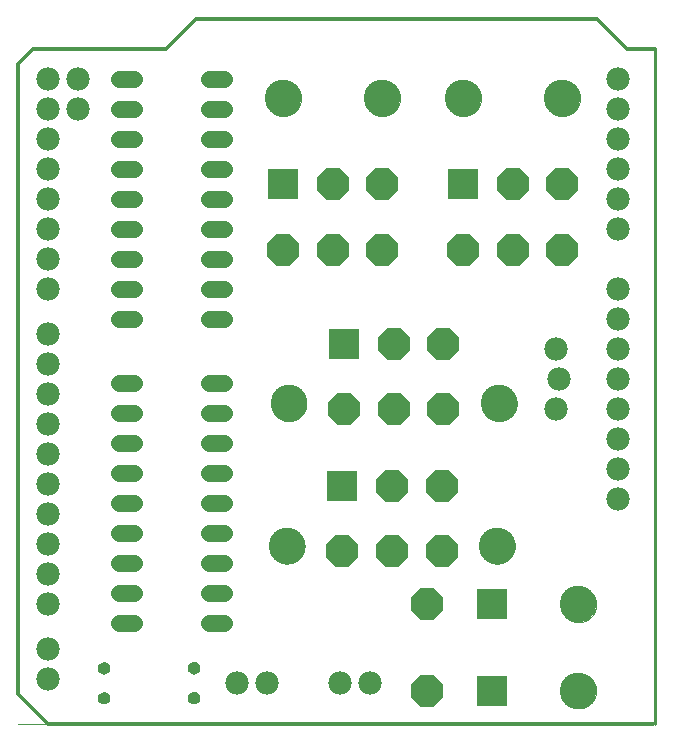
<source format=gts>
G75*
%MOIN*%
%OFA0B0*%
%FSLAX25Y25*%
%IPPOS*%
%LPD*%
%AMOC8*
5,1,8,0,0,1.08239X$1,22.5*
%
%ADD10C,0.00000*%
%ADD11C,0.01000*%
%ADD12C,0.01200*%
%ADD13C,0.07800*%
%ADD14C,0.00500*%
%ADD15C,0.05600*%
%ADD16OC8,0.10400*%
%ADD17R,0.10400X0.10400*%
%ADD18C,0.12211*%
D10*
X0005000Y0005000D02*
X0015000Y0005000D01*
X0208701Y0005000D01*
X0185959Y0016250D02*
X0185961Y0016403D01*
X0185967Y0016557D01*
X0185977Y0016710D01*
X0185991Y0016862D01*
X0186009Y0017015D01*
X0186031Y0017166D01*
X0186056Y0017317D01*
X0186086Y0017468D01*
X0186120Y0017618D01*
X0186157Y0017766D01*
X0186198Y0017914D01*
X0186243Y0018060D01*
X0186292Y0018206D01*
X0186345Y0018350D01*
X0186401Y0018492D01*
X0186461Y0018633D01*
X0186525Y0018773D01*
X0186592Y0018911D01*
X0186663Y0019047D01*
X0186738Y0019181D01*
X0186815Y0019313D01*
X0186897Y0019443D01*
X0186981Y0019571D01*
X0187069Y0019697D01*
X0187160Y0019820D01*
X0187254Y0019941D01*
X0187352Y0020059D01*
X0187452Y0020175D01*
X0187556Y0020288D01*
X0187662Y0020399D01*
X0187771Y0020507D01*
X0187883Y0020612D01*
X0187997Y0020713D01*
X0188115Y0020812D01*
X0188234Y0020908D01*
X0188356Y0021001D01*
X0188481Y0021090D01*
X0188608Y0021177D01*
X0188737Y0021259D01*
X0188868Y0021339D01*
X0189001Y0021415D01*
X0189136Y0021488D01*
X0189273Y0021557D01*
X0189412Y0021622D01*
X0189552Y0021684D01*
X0189694Y0021742D01*
X0189837Y0021797D01*
X0189982Y0021848D01*
X0190128Y0021895D01*
X0190275Y0021938D01*
X0190423Y0021977D01*
X0190572Y0022013D01*
X0190722Y0022044D01*
X0190873Y0022072D01*
X0191024Y0022096D01*
X0191177Y0022116D01*
X0191329Y0022132D01*
X0191482Y0022144D01*
X0191635Y0022152D01*
X0191788Y0022156D01*
X0191942Y0022156D01*
X0192095Y0022152D01*
X0192248Y0022144D01*
X0192401Y0022132D01*
X0192553Y0022116D01*
X0192706Y0022096D01*
X0192857Y0022072D01*
X0193008Y0022044D01*
X0193158Y0022013D01*
X0193307Y0021977D01*
X0193455Y0021938D01*
X0193602Y0021895D01*
X0193748Y0021848D01*
X0193893Y0021797D01*
X0194036Y0021742D01*
X0194178Y0021684D01*
X0194318Y0021622D01*
X0194457Y0021557D01*
X0194594Y0021488D01*
X0194729Y0021415D01*
X0194862Y0021339D01*
X0194993Y0021259D01*
X0195122Y0021177D01*
X0195249Y0021090D01*
X0195374Y0021001D01*
X0195496Y0020908D01*
X0195615Y0020812D01*
X0195733Y0020713D01*
X0195847Y0020612D01*
X0195959Y0020507D01*
X0196068Y0020399D01*
X0196174Y0020288D01*
X0196278Y0020175D01*
X0196378Y0020059D01*
X0196476Y0019941D01*
X0196570Y0019820D01*
X0196661Y0019697D01*
X0196749Y0019571D01*
X0196833Y0019443D01*
X0196915Y0019313D01*
X0196992Y0019181D01*
X0197067Y0019047D01*
X0197138Y0018911D01*
X0197205Y0018773D01*
X0197269Y0018633D01*
X0197329Y0018492D01*
X0197385Y0018350D01*
X0197438Y0018206D01*
X0197487Y0018060D01*
X0197532Y0017914D01*
X0197573Y0017766D01*
X0197610Y0017618D01*
X0197644Y0017468D01*
X0197674Y0017317D01*
X0197699Y0017166D01*
X0197721Y0017015D01*
X0197739Y0016862D01*
X0197753Y0016710D01*
X0197763Y0016557D01*
X0197769Y0016403D01*
X0197771Y0016250D01*
X0197769Y0016097D01*
X0197763Y0015943D01*
X0197753Y0015790D01*
X0197739Y0015638D01*
X0197721Y0015485D01*
X0197699Y0015334D01*
X0197674Y0015183D01*
X0197644Y0015032D01*
X0197610Y0014882D01*
X0197573Y0014734D01*
X0197532Y0014586D01*
X0197487Y0014440D01*
X0197438Y0014294D01*
X0197385Y0014150D01*
X0197329Y0014008D01*
X0197269Y0013867D01*
X0197205Y0013727D01*
X0197138Y0013589D01*
X0197067Y0013453D01*
X0196992Y0013319D01*
X0196915Y0013187D01*
X0196833Y0013057D01*
X0196749Y0012929D01*
X0196661Y0012803D01*
X0196570Y0012680D01*
X0196476Y0012559D01*
X0196378Y0012441D01*
X0196278Y0012325D01*
X0196174Y0012212D01*
X0196068Y0012101D01*
X0195959Y0011993D01*
X0195847Y0011888D01*
X0195733Y0011787D01*
X0195615Y0011688D01*
X0195496Y0011592D01*
X0195374Y0011499D01*
X0195249Y0011410D01*
X0195122Y0011323D01*
X0194993Y0011241D01*
X0194862Y0011161D01*
X0194729Y0011085D01*
X0194594Y0011012D01*
X0194457Y0010943D01*
X0194318Y0010878D01*
X0194178Y0010816D01*
X0194036Y0010758D01*
X0193893Y0010703D01*
X0193748Y0010652D01*
X0193602Y0010605D01*
X0193455Y0010562D01*
X0193307Y0010523D01*
X0193158Y0010487D01*
X0193008Y0010456D01*
X0192857Y0010428D01*
X0192706Y0010404D01*
X0192553Y0010384D01*
X0192401Y0010368D01*
X0192248Y0010356D01*
X0192095Y0010348D01*
X0191942Y0010344D01*
X0191788Y0010344D01*
X0191635Y0010348D01*
X0191482Y0010356D01*
X0191329Y0010368D01*
X0191177Y0010384D01*
X0191024Y0010404D01*
X0190873Y0010428D01*
X0190722Y0010456D01*
X0190572Y0010487D01*
X0190423Y0010523D01*
X0190275Y0010562D01*
X0190128Y0010605D01*
X0189982Y0010652D01*
X0189837Y0010703D01*
X0189694Y0010758D01*
X0189552Y0010816D01*
X0189412Y0010878D01*
X0189273Y0010943D01*
X0189136Y0011012D01*
X0189001Y0011085D01*
X0188868Y0011161D01*
X0188737Y0011241D01*
X0188608Y0011323D01*
X0188481Y0011410D01*
X0188356Y0011499D01*
X0188234Y0011592D01*
X0188115Y0011688D01*
X0187997Y0011787D01*
X0187883Y0011888D01*
X0187771Y0011993D01*
X0187662Y0012101D01*
X0187556Y0012212D01*
X0187452Y0012325D01*
X0187352Y0012441D01*
X0187254Y0012559D01*
X0187160Y0012680D01*
X0187069Y0012803D01*
X0186981Y0012929D01*
X0186897Y0013057D01*
X0186815Y0013187D01*
X0186738Y0013319D01*
X0186663Y0013453D01*
X0186592Y0013589D01*
X0186525Y0013727D01*
X0186461Y0013867D01*
X0186401Y0014008D01*
X0186345Y0014150D01*
X0186292Y0014294D01*
X0186243Y0014440D01*
X0186198Y0014586D01*
X0186157Y0014734D01*
X0186120Y0014882D01*
X0186086Y0015032D01*
X0186056Y0015183D01*
X0186031Y0015334D01*
X0186009Y0015485D01*
X0185991Y0015638D01*
X0185977Y0015790D01*
X0185967Y0015943D01*
X0185961Y0016097D01*
X0185959Y0016250D01*
X0185959Y0045000D02*
X0185961Y0045153D01*
X0185967Y0045307D01*
X0185977Y0045460D01*
X0185991Y0045612D01*
X0186009Y0045765D01*
X0186031Y0045916D01*
X0186056Y0046067D01*
X0186086Y0046218D01*
X0186120Y0046368D01*
X0186157Y0046516D01*
X0186198Y0046664D01*
X0186243Y0046810D01*
X0186292Y0046956D01*
X0186345Y0047100D01*
X0186401Y0047242D01*
X0186461Y0047383D01*
X0186525Y0047523D01*
X0186592Y0047661D01*
X0186663Y0047797D01*
X0186738Y0047931D01*
X0186815Y0048063D01*
X0186897Y0048193D01*
X0186981Y0048321D01*
X0187069Y0048447D01*
X0187160Y0048570D01*
X0187254Y0048691D01*
X0187352Y0048809D01*
X0187452Y0048925D01*
X0187556Y0049038D01*
X0187662Y0049149D01*
X0187771Y0049257D01*
X0187883Y0049362D01*
X0187997Y0049463D01*
X0188115Y0049562D01*
X0188234Y0049658D01*
X0188356Y0049751D01*
X0188481Y0049840D01*
X0188608Y0049927D01*
X0188737Y0050009D01*
X0188868Y0050089D01*
X0189001Y0050165D01*
X0189136Y0050238D01*
X0189273Y0050307D01*
X0189412Y0050372D01*
X0189552Y0050434D01*
X0189694Y0050492D01*
X0189837Y0050547D01*
X0189982Y0050598D01*
X0190128Y0050645D01*
X0190275Y0050688D01*
X0190423Y0050727D01*
X0190572Y0050763D01*
X0190722Y0050794D01*
X0190873Y0050822D01*
X0191024Y0050846D01*
X0191177Y0050866D01*
X0191329Y0050882D01*
X0191482Y0050894D01*
X0191635Y0050902D01*
X0191788Y0050906D01*
X0191942Y0050906D01*
X0192095Y0050902D01*
X0192248Y0050894D01*
X0192401Y0050882D01*
X0192553Y0050866D01*
X0192706Y0050846D01*
X0192857Y0050822D01*
X0193008Y0050794D01*
X0193158Y0050763D01*
X0193307Y0050727D01*
X0193455Y0050688D01*
X0193602Y0050645D01*
X0193748Y0050598D01*
X0193893Y0050547D01*
X0194036Y0050492D01*
X0194178Y0050434D01*
X0194318Y0050372D01*
X0194457Y0050307D01*
X0194594Y0050238D01*
X0194729Y0050165D01*
X0194862Y0050089D01*
X0194993Y0050009D01*
X0195122Y0049927D01*
X0195249Y0049840D01*
X0195374Y0049751D01*
X0195496Y0049658D01*
X0195615Y0049562D01*
X0195733Y0049463D01*
X0195847Y0049362D01*
X0195959Y0049257D01*
X0196068Y0049149D01*
X0196174Y0049038D01*
X0196278Y0048925D01*
X0196378Y0048809D01*
X0196476Y0048691D01*
X0196570Y0048570D01*
X0196661Y0048447D01*
X0196749Y0048321D01*
X0196833Y0048193D01*
X0196915Y0048063D01*
X0196992Y0047931D01*
X0197067Y0047797D01*
X0197138Y0047661D01*
X0197205Y0047523D01*
X0197269Y0047383D01*
X0197329Y0047242D01*
X0197385Y0047100D01*
X0197438Y0046956D01*
X0197487Y0046810D01*
X0197532Y0046664D01*
X0197573Y0046516D01*
X0197610Y0046368D01*
X0197644Y0046218D01*
X0197674Y0046067D01*
X0197699Y0045916D01*
X0197721Y0045765D01*
X0197739Y0045612D01*
X0197753Y0045460D01*
X0197763Y0045307D01*
X0197769Y0045153D01*
X0197771Y0045000D01*
X0197769Y0044847D01*
X0197763Y0044693D01*
X0197753Y0044540D01*
X0197739Y0044388D01*
X0197721Y0044235D01*
X0197699Y0044084D01*
X0197674Y0043933D01*
X0197644Y0043782D01*
X0197610Y0043632D01*
X0197573Y0043484D01*
X0197532Y0043336D01*
X0197487Y0043190D01*
X0197438Y0043044D01*
X0197385Y0042900D01*
X0197329Y0042758D01*
X0197269Y0042617D01*
X0197205Y0042477D01*
X0197138Y0042339D01*
X0197067Y0042203D01*
X0196992Y0042069D01*
X0196915Y0041937D01*
X0196833Y0041807D01*
X0196749Y0041679D01*
X0196661Y0041553D01*
X0196570Y0041430D01*
X0196476Y0041309D01*
X0196378Y0041191D01*
X0196278Y0041075D01*
X0196174Y0040962D01*
X0196068Y0040851D01*
X0195959Y0040743D01*
X0195847Y0040638D01*
X0195733Y0040537D01*
X0195615Y0040438D01*
X0195496Y0040342D01*
X0195374Y0040249D01*
X0195249Y0040160D01*
X0195122Y0040073D01*
X0194993Y0039991D01*
X0194862Y0039911D01*
X0194729Y0039835D01*
X0194594Y0039762D01*
X0194457Y0039693D01*
X0194318Y0039628D01*
X0194178Y0039566D01*
X0194036Y0039508D01*
X0193893Y0039453D01*
X0193748Y0039402D01*
X0193602Y0039355D01*
X0193455Y0039312D01*
X0193307Y0039273D01*
X0193158Y0039237D01*
X0193008Y0039206D01*
X0192857Y0039178D01*
X0192706Y0039154D01*
X0192553Y0039134D01*
X0192401Y0039118D01*
X0192248Y0039106D01*
X0192095Y0039098D01*
X0191942Y0039094D01*
X0191788Y0039094D01*
X0191635Y0039098D01*
X0191482Y0039106D01*
X0191329Y0039118D01*
X0191177Y0039134D01*
X0191024Y0039154D01*
X0190873Y0039178D01*
X0190722Y0039206D01*
X0190572Y0039237D01*
X0190423Y0039273D01*
X0190275Y0039312D01*
X0190128Y0039355D01*
X0189982Y0039402D01*
X0189837Y0039453D01*
X0189694Y0039508D01*
X0189552Y0039566D01*
X0189412Y0039628D01*
X0189273Y0039693D01*
X0189136Y0039762D01*
X0189001Y0039835D01*
X0188868Y0039911D01*
X0188737Y0039991D01*
X0188608Y0040073D01*
X0188481Y0040160D01*
X0188356Y0040249D01*
X0188234Y0040342D01*
X0188115Y0040438D01*
X0187997Y0040537D01*
X0187883Y0040638D01*
X0187771Y0040743D01*
X0187662Y0040851D01*
X0187556Y0040962D01*
X0187452Y0041075D01*
X0187352Y0041191D01*
X0187254Y0041309D01*
X0187160Y0041430D01*
X0187069Y0041553D01*
X0186981Y0041679D01*
X0186897Y0041807D01*
X0186815Y0041937D01*
X0186738Y0042069D01*
X0186663Y0042203D01*
X0186592Y0042339D01*
X0186525Y0042477D01*
X0186461Y0042617D01*
X0186401Y0042758D01*
X0186345Y0042900D01*
X0186292Y0043044D01*
X0186243Y0043190D01*
X0186198Y0043336D01*
X0186157Y0043484D01*
X0186120Y0043632D01*
X0186086Y0043782D01*
X0186056Y0043933D01*
X0186031Y0044084D01*
X0186009Y0044235D01*
X0185991Y0044388D01*
X0185977Y0044540D01*
X0185967Y0044693D01*
X0185961Y0044847D01*
X0185959Y0045000D01*
X0158848Y0064532D02*
X0158850Y0064685D01*
X0158856Y0064839D01*
X0158866Y0064992D01*
X0158880Y0065144D01*
X0158898Y0065297D01*
X0158920Y0065448D01*
X0158945Y0065599D01*
X0158975Y0065750D01*
X0159009Y0065900D01*
X0159046Y0066048D01*
X0159087Y0066196D01*
X0159132Y0066342D01*
X0159181Y0066488D01*
X0159234Y0066632D01*
X0159290Y0066774D01*
X0159350Y0066915D01*
X0159414Y0067055D01*
X0159481Y0067193D01*
X0159552Y0067329D01*
X0159627Y0067463D01*
X0159704Y0067595D01*
X0159786Y0067725D01*
X0159870Y0067853D01*
X0159958Y0067979D01*
X0160049Y0068102D01*
X0160143Y0068223D01*
X0160241Y0068341D01*
X0160341Y0068457D01*
X0160445Y0068570D01*
X0160551Y0068681D01*
X0160660Y0068789D01*
X0160772Y0068894D01*
X0160886Y0068995D01*
X0161004Y0069094D01*
X0161123Y0069190D01*
X0161245Y0069283D01*
X0161370Y0069372D01*
X0161497Y0069459D01*
X0161626Y0069541D01*
X0161757Y0069621D01*
X0161890Y0069697D01*
X0162025Y0069770D01*
X0162162Y0069839D01*
X0162301Y0069904D01*
X0162441Y0069966D01*
X0162583Y0070024D01*
X0162726Y0070079D01*
X0162871Y0070130D01*
X0163017Y0070177D01*
X0163164Y0070220D01*
X0163312Y0070259D01*
X0163461Y0070295D01*
X0163611Y0070326D01*
X0163762Y0070354D01*
X0163913Y0070378D01*
X0164066Y0070398D01*
X0164218Y0070414D01*
X0164371Y0070426D01*
X0164524Y0070434D01*
X0164677Y0070438D01*
X0164831Y0070438D01*
X0164984Y0070434D01*
X0165137Y0070426D01*
X0165290Y0070414D01*
X0165442Y0070398D01*
X0165595Y0070378D01*
X0165746Y0070354D01*
X0165897Y0070326D01*
X0166047Y0070295D01*
X0166196Y0070259D01*
X0166344Y0070220D01*
X0166491Y0070177D01*
X0166637Y0070130D01*
X0166782Y0070079D01*
X0166925Y0070024D01*
X0167067Y0069966D01*
X0167207Y0069904D01*
X0167346Y0069839D01*
X0167483Y0069770D01*
X0167618Y0069697D01*
X0167751Y0069621D01*
X0167882Y0069541D01*
X0168011Y0069459D01*
X0168138Y0069372D01*
X0168263Y0069283D01*
X0168385Y0069190D01*
X0168504Y0069094D01*
X0168622Y0068995D01*
X0168736Y0068894D01*
X0168848Y0068789D01*
X0168957Y0068681D01*
X0169063Y0068570D01*
X0169167Y0068457D01*
X0169267Y0068341D01*
X0169365Y0068223D01*
X0169459Y0068102D01*
X0169550Y0067979D01*
X0169638Y0067853D01*
X0169722Y0067725D01*
X0169804Y0067595D01*
X0169881Y0067463D01*
X0169956Y0067329D01*
X0170027Y0067193D01*
X0170094Y0067055D01*
X0170158Y0066915D01*
X0170218Y0066774D01*
X0170274Y0066632D01*
X0170327Y0066488D01*
X0170376Y0066342D01*
X0170421Y0066196D01*
X0170462Y0066048D01*
X0170499Y0065900D01*
X0170533Y0065750D01*
X0170563Y0065599D01*
X0170588Y0065448D01*
X0170610Y0065297D01*
X0170628Y0065144D01*
X0170642Y0064992D01*
X0170652Y0064839D01*
X0170658Y0064685D01*
X0170660Y0064532D01*
X0170658Y0064379D01*
X0170652Y0064225D01*
X0170642Y0064072D01*
X0170628Y0063920D01*
X0170610Y0063767D01*
X0170588Y0063616D01*
X0170563Y0063465D01*
X0170533Y0063314D01*
X0170499Y0063164D01*
X0170462Y0063016D01*
X0170421Y0062868D01*
X0170376Y0062722D01*
X0170327Y0062576D01*
X0170274Y0062432D01*
X0170218Y0062290D01*
X0170158Y0062149D01*
X0170094Y0062009D01*
X0170027Y0061871D01*
X0169956Y0061735D01*
X0169881Y0061601D01*
X0169804Y0061469D01*
X0169722Y0061339D01*
X0169638Y0061211D01*
X0169550Y0061085D01*
X0169459Y0060962D01*
X0169365Y0060841D01*
X0169267Y0060723D01*
X0169167Y0060607D01*
X0169063Y0060494D01*
X0168957Y0060383D01*
X0168848Y0060275D01*
X0168736Y0060170D01*
X0168622Y0060069D01*
X0168504Y0059970D01*
X0168385Y0059874D01*
X0168263Y0059781D01*
X0168138Y0059692D01*
X0168011Y0059605D01*
X0167882Y0059523D01*
X0167751Y0059443D01*
X0167618Y0059367D01*
X0167483Y0059294D01*
X0167346Y0059225D01*
X0167207Y0059160D01*
X0167067Y0059098D01*
X0166925Y0059040D01*
X0166782Y0058985D01*
X0166637Y0058934D01*
X0166491Y0058887D01*
X0166344Y0058844D01*
X0166196Y0058805D01*
X0166047Y0058769D01*
X0165897Y0058738D01*
X0165746Y0058710D01*
X0165595Y0058686D01*
X0165442Y0058666D01*
X0165290Y0058650D01*
X0165137Y0058638D01*
X0164984Y0058630D01*
X0164831Y0058626D01*
X0164677Y0058626D01*
X0164524Y0058630D01*
X0164371Y0058638D01*
X0164218Y0058650D01*
X0164066Y0058666D01*
X0163913Y0058686D01*
X0163762Y0058710D01*
X0163611Y0058738D01*
X0163461Y0058769D01*
X0163312Y0058805D01*
X0163164Y0058844D01*
X0163017Y0058887D01*
X0162871Y0058934D01*
X0162726Y0058985D01*
X0162583Y0059040D01*
X0162441Y0059098D01*
X0162301Y0059160D01*
X0162162Y0059225D01*
X0162025Y0059294D01*
X0161890Y0059367D01*
X0161757Y0059443D01*
X0161626Y0059523D01*
X0161497Y0059605D01*
X0161370Y0059692D01*
X0161245Y0059781D01*
X0161123Y0059874D01*
X0161004Y0059970D01*
X0160886Y0060069D01*
X0160772Y0060170D01*
X0160660Y0060275D01*
X0160551Y0060383D01*
X0160445Y0060494D01*
X0160341Y0060607D01*
X0160241Y0060723D01*
X0160143Y0060841D01*
X0160049Y0060962D01*
X0159958Y0061085D01*
X0159870Y0061211D01*
X0159786Y0061339D01*
X0159704Y0061469D01*
X0159627Y0061601D01*
X0159552Y0061735D01*
X0159481Y0061871D01*
X0159414Y0062009D01*
X0159350Y0062149D01*
X0159290Y0062290D01*
X0159234Y0062432D01*
X0159181Y0062576D01*
X0159132Y0062722D01*
X0159087Y0062868D01*
X0159046Y0063016D01*
X0159009Y0063164D01*
X0158975Y0063314D01*
X0158945Y0063465D01*
X0158920Y0063616D01*
X0158898Y0063767D01*
X0158880Y0063920D01*
X0158866Y0064072D01*
X0158856Y0064225D01*
X0158850Y0064379D01*
X0158848Y0064532D01*
X0159473Y0112032D02*
X0159475Y0112185D01*
X0159481Y0112339D01*
X0159491Y0112492D01*
X0159505Y0112644D01*
X0159523Y0112797D01*
X0159545Y0112948D01*
X0159570Y0113099D01*
X0159600Y0113250D01*
X0159634Y0113400D01*
X0159671Y0113548D01*
X0159712Y0113696D01*
X0159757Y0113842D01*
X0159806Y0113988D01*
X0159859Y0114132D01*
X0159915Y0114274D01*
X0159975Y0114415D01*
X0160039Y0114555D01*
X0160106Y0114693D01*
X0160177Y0114829D01*
X0160252Y0114963D01*
X0160329Y0115095D01*
X0160411Y0115225D01*
X0160495Y0115353D01*
X0160583Y0115479D01*
X0160674Y0115602D01*
X0160768Y0115723D01*
X0160866Y0115841D01*
X0160966Y0115957D01*
X0161070Y0116070D01*
X0161176Y0116181D01*
X0161285Y0116289D01*
X0161397Y0116394D01*
X0161511Y0116495D01*
X0161629Y0116594D01*
X0161748Y0116690D01*
X0161870Y0116783D01*
X0161995Y0116872D01*
X0162122Y0116959D01*
X0162251Y0117041D01*
X0162382Y0117121D01*
X0162515Y0117197D01*
X0162650Y0117270D01*
X0162787Y0117339D01*
X0162926Y0117404D01*
X0163066Y0117466D01*
X0163208Y0117524D01*
X0163351Y0117579D01*
X0163496Y0117630D01*
X0163642Y0117677D01*
X0163789Y0117720D01*
X0163937Y0117759D01*
X0164086Y0117795D01*
X0164236Y0117826D01*
X0164387Y0117854D01*
X0164538Y0117878D01*
X0164691Y0117898D01*
X0164843Y0117914D01*
X0164996Y0117926D01*
X0165149Y0117934D01*
X0165302Y0117938D01*
X0165456Y0117938D01*
X0165609Y0117934D01*
X0165762Y0117926D01*
X0165915Y0117914D01*
X0166067Y0117898D01*
X0166220Y0117878D01*
X0166371Y0117854D01*
X0166522Y0117826D01*
X0166672Y0117795D01*
X0166821Y0117759D01*
X0166969Y0117720D01*
X0167116Y0117677D01*
X0167262Y0117630D01*
X0167407Y0117579D01*
X0167550Y0117524D01*
X0167692Y0117466D01*
X0167832Y0117404D01*
X0167971Y0117339D01*
X0168108Y0117270D01*
X0168243Y0117197D01*
X0168376Y0117121D01*
X0168507Y0117041D01*
X0168636Y0116959D01*
X0168763Y0116872D01*
X0168888Y0116783D01*
X0169010Y0116690D01*
X0169129Y0116594D01*
X0169247Y0116495D01*
X0169361Y0116394D01*
X0169473Y0116289D01*
X0169582Y0116181D01*
X0169688Y0116070D01*
X0169792Y0115957D01*
X0169892Y0115841D01*
X0169990Y0115723D01*
X0170084Y0115602D01*
X0170175Y0115479D01*
X0170263Y0115353D01*
X0170347Y0115225D01*
X0170429Y0115095D01*
X0170506Y0114963D01*
X0170581Y0114829D01*
X0170652Y0114693D01*
X0170719Y0114555D01*
X0170783Y0114415D01*
X0170843Y0114274D01*
X0170899Y0114132D01*
X0170952Y0113988D01*
X0171001Y0113842D01*
X0171046Y0113696D01*
X0171087Y0113548D01*
X0171124Y0113400D01*
X0171158Y0113250D01*
X0171188Y0113099D01*
X0171213Y0112948D01*
X0171235Y0112797D01*
X0171253Y0112644D01*
X0171267Y0112492D01*
X0171277Y0112339D01*
X0171283Y0112185D01*
X0171285Y0112032D01*
X0171283Y0111879D01*
X0171277Y0111725D01*
X0171267Y0111572D01*
X0171253Y0111420D01*
X0171235Y0111267D01*
X0171213Y0111116D01*
X0171188Y0110965D01*
X0171158Y0110814D01*
X0171124Y0110664D01*
X0171087Y0110516D01*
X0171046Y0110368D01*
X0171001Y0110222D01*
X0170952Y0110076D01*
X0170899Y0109932D01*
X0170843Y0109790D01*
X0170783Y0109649D01*
X0170719Y0109509D01*
X0170652Y0109371D01*
X0170581Y0109235D01*
X0170506Y0109101D01*
X0170429Y0108969D01*
X0170347Y0108839D01*
X0170263Y0108711D01*
X0170175Y0108585D01*
X0170084Y0108462D01*
X0169990Y0108341D01*
X0169892Y0108223D01*
X0169792Y0108107D01*
X0169688Y0107994D01*
X0169582Y0107883D01*
X0169473Y0107775D01*
X0169361Y0107670D01*
X0169247Y0107569D01*
X0169129Y0107470D01*
X0169010Y0107374D01*
X0168888Y0107281D01*
X0168763Y0107192D01*
X0168636Y0107105D01*
X0168507Y0107023D01*
X0168376Y0106943D01*
X0168243Y0106867D01*
X0168108Y0106794D01*
X0167971Y0106725D01*
X0167832Y0106660D01*
X0167692Y0106598D01*
X0167550Y0106540D01*
X0167407Y0106485D01*
X0167262Y0106434D01*
X0167116Y0106387D01*
X0166969Y0106344D01*
X0166821Y0106305D01*
X0166672Y0106269D01*
X0166522Y0106238D01*
X0166371Y0106210D01*
X0166220Y0106186D01*
X0166067Y0106166D01*
X0165915Y0106150D01*
X0165762Y0106138D01*
X0165609Y0106130D01*
X0165456Y0106126D01*
X0165302Y0106126D01*
X0165149Y0106130D01*
X0164996Y0106138D01*
X0164843Y0106150D01*
X0164691Y0106166D01*
X0164538Y0106186D01*
X0164387Y0106210D01*
X0164236Y0106238D01*
X0164086Y0106269D01*
X0163937Y0106305D01*
X0163789Y0106344D01*
X0163642Y0106387D01*
X0163496Y0106434D01*
X0163351Y0106485D01*
X0163208Y0106540D01*
X0163066Y0106598D01*
X0162926Y0106660D01*
X0162787Y0106725D01*
X0162650Y0106794D01*
X0162515Y0106867D01*
X0162382Y0106943D01*
X0162251Y0107023D01*
X0162122Y0107105D01*
X0161995Y0107192D01*
X0161870Y0107281D01*
X0161748Y0107374D01*
X0161629Y0107470D01*
X0161511Y0107569D01*
X0161397Y0107670D01*
X0161285Y0107775D01*
X0161176Y0107883D01*
X0161070Y0107994D01*
X0160966Y0108107D01*
X0160866Y0108223D01*
X0160768Y0108341D01*
X0160674Y0108462D01*
X0160583Y0108585D01*
X0160495Y0108711D01*
X0160411Y0108839D01*
X0160329Y0108969D01*
X0160252Y0109101D01*
X0160177Y0109235D01*
X0160106Y0109371D01*
X0160039Y0109509D01*
X0159975Y0109649D01*
X0159915Y0109790D01*
X0159859Y0109932D01*
X0159806Y0110076D01*
X0159757Y0110222D01*
X0159712Y0110368D01*
X0159671Y0110516D01*
X0159634Y0110664D01*
X0159600Y0110814D01*
X0159570Y0110965D01*
X0159545Y0111116D01*
X0159523Y0111267D01*
X0159505Y0111420D01*
X0159491Y0111572D01*
X0159481Y0111725D01*
X0159475Y0111879D01*
X0159473Y0112032D01*
X0089394Y0112032D02*
X0089396Y0112185D01*
X0089402Y0112339D01*
X0089412Y0112492D01*
X0089426Y0112644D01*
X0089444Y0112797D01*
X0089466Y0112948D01*
X0089491Y0113099D01*
X0089521Y0113250D01*
X0089555Y0113400D01*
X0089592Y0113548D01*
X0089633Y0113696D01*
X0089678Y0113842D01*
X0089727Y0113988D01*
X0089780Y0114132D01*
X0089836Y0114274D01*
X0089896Y0114415D01*
X0089960Y0114555D01*
X0090027Y0114693D01*
X0090098Y0114829D01*
X0090173Y0114963D01*
X0090250Y0115095D01*
X0090332Y0115225D01*
X0090416Y0115353D01*
X0090504Y0115479D01*
X0090595Y0115602D01*
X0090689Y0115723D01*
X0090787Y0115841D01*
X0090887Y0115957D01*
X0090991Y0116070D01*
X0091097Y0116181D01*
X0091206Y0116289D01*
X0091318Y0116394D01*
X0091432Y0116495D01*
X0091550Y0116594D01*
X0091669Y0116690D01*
X0091791Y0116783D01*
X0091916Y0116872D01*
X0092043Y0116959D01*
X0092172Y0117041D01*
X0092303Y0117121D01*
X0092436Y0117197D01*
X0092571Y0117270D01*
X0092708Y0117339D01*
X0092847Y0117404D01*
X0092987Y0117466D01*
X0093129Y0117524D01*
X0093272Y0117579D01*
X0093417Y0117630D01*
X0093563Y0117677D01*
X0093710Y0117720D01*
X0093858Y0117759D01*
X0094007Y0117795D01*
X0094157Y0117826D01*
X0094308Y0117854D01*
X0094459Y0117878D01*
X0094612Y0117898D01*
X0094764Y0117914D01*
X0094917Y0117926D01*
X0095070Y0117934D01*
X0095223Y0117938D01*
X0095377Y0117938D01*
X0095530Y0117934D01*
X0095683Y0117926D01*
X0095836Y0117914D01*
X0095988Y0117898D01*
X0096141Y0117878D01*
X0096292Y0117854D01*
X0096443Y0117826D01*
X0096593Y0117795D01*
X0096742Y0117759D01*
X0096890Y0117720D01*
X0097037Y0117677D01*
X0097183Y0117630D01*
X0097328Y0117579D01*
X0097471Y0117524D01*
X0097613Y0117466D01*
X0097753Y0117404D01*
X0097892Y0117339D01*
X0098029Y0117270D01*
X0098164Y0117197D01*
X0098297Y0117121D01*
X0098428Y0117041D01*
X0098557Y0116959D01*
X0098684Y0116872D01*
X0098809Y0116783D01*
X0098931Y0116690D01*
X0099050Y0116594D01*
X0099168Y0116495D01*
X0099282Y0116394D01*
X0099394Y0116289D01*
X0099503Y0116181D01*
X0099609Y0116070D01*
X0099713Y0115957D01*
X0099813Y0115841D01*
X0099911Y0115723D01*
X0100005Y0115602D01*
X0100096Y0115479D01*
X0100184Y0115353D01*
X0100268Y0115225D01*
X0100350Y0115095D01*
X0100427Y0114963D01*
X0100502Y0114829D01*
X0100573Y0114693D01*
X0100640Y0114555D01*
X0100704Y0114415D01*
X0100764Y0114274D01*
X0100820Y0114132D01*
X0100873Y0113988D01*
X0100922Y0113842D01*
X0100967Y0113696D01*
X0101008Y0113548D01*
X0101045Y0113400D01*
X0101079Y0113250D01*
X0101109Y0113099D01*
X0101134Y0112948D01*
X0101156Y0112797D01*
X0101174Y0112644D01*
X0101188Y0112492D01*
X0101198Y0112339D01*
X0101204Y0112185D01*
X0101206Y0112032D01*
X0101204Y0111879D01*
X0101198Y0111725D01*
X0101188Y0111572D01*
X0101174Y0111420D01*
X0101156Y0111267D01*
X0101134Y0111116D01*
X0101109Y0110965D01*
X0101079Y0110814D01*
X0101045Y0110664D01*
X0101008Y0110516D01*
X0100967Y0110368D01*
X0100922Y0110222D01*
X0100873Y0110076D01*
X0100820Y0109932D01*
X0100764Y0109790D01*
X0100704Y0109649D01*
X0100640Y0109509D01*
X0100573Y0109371D01*
X0100502Y0109235D01*
X0100427Y0109101D01*
X0100350Y0108969D01*
X0100268Y0108839D01*
X0100184Y0108711D01*
X0100096Y0108585D01*
X0100005Y0108462D01*
X0099911Y0108341D01*
X0099813Y0108223D01*
X0099713Y0108107D01*
X0099609Y0107994D01*
X0099503Y0107883D01*
X0099394Y0107775D01*
X0099282Y0107670D01*
X0099168Y0107569D01*
X0099050Y0107470D01*
X0098931Y0107374D01*
X0098809Y0107281D01*
X0098684Y0107192D01*
X0098557Y0107105D01*
X0098428Y0107023D01*
X0098297Y0106943D01*
X0098164Y0106867D01*
X0098029Y0106794D01*
X0097892Y0106725D01*
X0097753Y0106660D01*
X0097613Y0106598D01*
X0097471Y0106540D01*
X0097328Y0106485D01*
X0097183Y0106434D01*
X0097037Y0106387D01*
X0096890Y0106344D01*
X0096742Y0106305D01*
X0096593Y0106269D01*
X0096443Y0106238D01*
X0096292Y0106210D01*
X0096141Y0106186D01*
X0095988Y0106166D01*
X0095836Y0106150D01*
X0095683Y0106138D01*
X0095530Y0106130D01*
X0095377Y0106126D01*
X0095223Y0106126D01*
X0095070Y0106130D01*
X0094917Y0106138D01*
X0094764Y0106150D01*
X0094612Y0106166D01*
X0094459Y0106186D01*
X0094308Y0106210D01*
X0094157Y0106238D01*
X0094007Y0106269D01*
X0093858Y0106305D01*
X0093710Y0106344D01*
X0093563Y0106387D01*
X0093417Y0106434D01*
X0093272Y0106485D01*
X0093129Y0106540D01*
X0092987Y0106598D01*
X0092847Y0106660D01*
X0092708Y0106725D01*
X0092571Y0106794D01*
X0092436Y0106867D01*
X0092303Y0106943D01*
X0092172Y0107023D01*
X0092043Y0107105D01*
X0091916Y0107192D01*
X0091791Y0107281D01*
X0091669Y0107374D01*
X0091550Y0107470D01*
X0091432Y0107569D01*
X0091318Y0107670D01*
X0091206Y0107775D01*
X0091097Y0107883D01*
X0090991Y0107994D01*
X0090887Y0108107D01*
X0090787Y0108223D01*
X0090689Y0108341D01*
X0090595Y0108462D01*
X0090504Y0108585D01*
X0090416Y0108711D01*
X0090332Y0108839D01*
X0090250Y0108969D01*
X0090173Y0109101D01*
X0090098Y0109235D01*
X0090027Y0109371D01*
X0089960Y0109509D01*
X0089896Y0109649D01*
X0089836Y0109790D01*
X0089780Y0109932D01*
X0089727Y0110076D01*
X0089678Y0110222D01*
X0089633Y0110368D01*
X0089592Y0110516D01*
X0089555Y0110664D01*
X0089521Y0110814D01*
X0089491Y0110965D01*
X0089466Y0111116D01*
X0089444Y0111267D01*
X0089426Y0111420D01*
X0089412Y0111572D01*
X0089402Y0111725D01*
X0089396Y0111879D01*
X0089394Y0112032D01*
X0088769Y0064532D02*
X0088771Y0064685D01*
X0088777Y0064839D01*
X0088787Y0064992D01*
X0088801Y0065144D01*
X0088819Y0065297D01*
X0088841Y0065448D01*
X0088866Y0065599D01*
X0088896Y0065750D01*
X0088930Y0065900D01*
X0088967Y0066048D01*
X0089008Y0066196D01*
X0089053Y0066342D01*
X0089102Y0066488D01*
X0089155Y0066632D01*
X0089211Y0066774D01*
X0089271Y0066915D01*
X0089335Y0067055D01*
X0089402Y0067193D01*
X0089473Y0067329D01*
X0089548Y0067463D01*
X0089625Y0067595D01*
X0089707Y0067725D01*
X0089791Y0067853D01*
X0089879Y0067979D01*
X0089970Y0068102D01*
X0090064Y0068223D01*
X0090162Y0068341D01*
X0090262Y0068457D01*
X0090366Y0068570D01*
X0090472Y0068681D01*
X0090581Y0068789D01*
X0090693Y0068894D01*
X0090807Y0068995D01*
X0090925Y0069094D01*
X0091044Y0069190D01*
X0091166Y0069283D01*
X0091291Y0069372D01*
X0091418Y0069459D01*
X0091547Y0069541D01*
X0091678Y0069621D01*
X0091811Y0069697D01*
X0091946Y0069770D01*
X0092083Y0069839D01*
X0092222Y0069904D01*
X0092362Y0069966D01*
X0092504Y0070024D01*
X0092647Y0070079D01*
X0092792Y0070130D01*
X0092938Y0070177D01*
X0093085Y0070220D01*
X0093233Y0070259D01*
X0093382Y0070295D01*
X0093532Y0070326D01*
X0093683Y0070354D01*
X0093834Y0070378D01*
X0093987Y0070398D01*
X0094139Y0070414D01*
X0094292Y0070426D01*
X0094445Y0070434D01*
X0094598Y0070438D01*
X0094752Y0070438D01*
X0094905Y0070434D01*
X0095058Y0070426D01*
X0095211Y0070414D01*
X0095363Y0070398D01*
X0095516Y0070378D01*
X0095667Y0070354D01*
X0095818Y0070326D01*
X0095968Y0070295D01*
X0096117Y0070259D01*
X0096265Y0070220D01*
X0096412Y0070177D01*
X0096558Y0070130D01*
X0096703Y0070079D01*
X0096846Y0070024D01*
X0096988Y0069966D01*
X0097128Y0069904D01*
X0097267Y0069839D01*
X0097404Y0069770D01*
X0097539Y0069697D01*
X0097672Y0069621D01*
X0097803Y0069541D01*
X0097932Y0069459D01*
X0098059Y0069372D01*
X0098184Y0069283D01*
X0098306Y0069190D01*
X0098425Y0069094D01*
X0098543Y0068995D01*
X0098657Y0068894D01*
X0098769Y0068789D01*
X0098878Y0068681D01*
X0098984Y0068570D01*
X0099088Y0068457D01*
X0099188Y0068341D01*
X0099286Y0068223D01*
X0099380Y0068102D01*
X0099471Y0067979D01*
X0099559Y0067853D01*
X0099643Y0067725D01*
X0099725Y0067595D01*
X0099802Y0067463D01*
X0099877Y0067329D01*
X0099948Y0067193D01*
X0100015Y0067055D01*
X0100079Y0066915D01*
X0100139Y0066774D01*
X0100195Y0066632D01*
X0100248Y0066488D01*
X0100297Y0066342D01*
X0100342Y0066196D01*
X0100383Y0066048D01*
X0100420Y0065900D01*
X0100454Y0065750D01*
X0100484Y0065599D01*
X0100509Y0065448D01*
X0100531Y0065297D01*
X0100549Y0065144D01*
X0100563Y0064992D01*
X0100573Y0064839D01*
X0100579Y0064685D01*
X0100581Y0064532D01*
X0100579Y0064379D01*
X0100573Y0064225D01*
X0100563Y0064072D01*
X0100549Y0063920D01*
X0100531Y0063767D01*
X0100509Y0063616D01*
X0100484Y0063465D01*
X0100454Y0063314D01*
X0100420Y0063164D01*
X0100383Y0063016D01*
X0100342Y0062868D01*
X0100297Y0062722D01*
X0100248Y0062576D01*
X0100195Y0062432D01*
X0100139Y0062290D01*
X0100079Y0062149D01*
X0100015Y0062009D01*
X0099948Y0061871D01*
X0099877Y0061735D01*
X0099802Y0061601D01*
X0099725Y0061469D01*
X0099643Y0061339D01*
X0099559Y0061211D01*
X0099471Y0061085D01*
X0099380Y0060962D01*
X0099286Y0060841D01*
X0099188Y0060723D01*
X0099088Y0060607D01*
X0098984Y0060494D01*
X0098878Y0060383D01*
X0098769Y0060275D01*
X0098657Y0060170D01*
X0098543Y0060069D01*
X0098425Y0059970D01*
X0098306Y0059874D01*
X0098184Y0059781D01*
X0098059Y0059692D01*
X0097932Y0059605D01*
X0097803Y0059523D01*
X0097672Y0059443D01*
X0097539Y0059367D01*
X0097404Y0059294D01*
X0097267Y0059225D01*
X0097128Y0059160D01*
X0096988Y0059098D01*
X0096846Y0059040D01*
X0096703Y0058985D01*
X0096558Y0058934D01*
X0096412Y0058887D01*
X0096265Y0058844D01*
X0096117Y0058805D01*
X0095968Y0058769D01*
X0095818Y0058738D01*
X0095667Y0058710D01*
X0095516Y0058686D01*
X0095363Y0058666D01*
X0095211Y0058650D01*
X0095058Y0058638D01*
X0094905Y0058630D01*
X0094752Y0058626D01*
X0094598Y0058626D01*
X0094445Y0058630D01*
X0094292Y0058638D01*
X0094139Y0058650D01*
X0093987Y0058666D01*
X0093834Y0058686D01*
X0093683Y0058710D01*
X0093532Y0058738D01*
X0093382Y0058769D01*
X0093233Y0058805D01*
X0093085Y0058844D01*
X0092938Y0058887D01*
X0092792Y0058934D01*
X0092647Y0058985D01*
X0092504Y0059040D01*
X0092362Y0059098D01*
X0092222Y0059160D01*
X0092083Y0059225D01*
X0091946Y0059294D01*
X0091811Y0059367D01*
X0091678Y0059443D01*
X0091547Y0059523D01*
X0091418Y0059605D01*
X0091291Y0059692D01*
X0091166Y0059781D01*
X0091044Y0059874D01*
X0090925Y0059970D01*
X0090807Y0060069D01*
X0090693Y0060170D01*
X0090581Y0060275D01*
X0090472Y0060383D01*
X0090366Y0060494D01*
X0090262Y0060607D01*
X0090162Y0060723D01*
X0090064Y0060841D01*
X0089970Y0060962D01*
X0089879Y0061085D01*
X0089791Y0061211D01*
X0089707Y0061339D01*
X0089625Y0061469D01*
X0089548Y0061601D01*
X0089473Y0061735D01*
X0089402Y0061871D01*
X0089335Y0062009D01*
X0089271Y0062149D01*
X0089211Y0062290D01*
X0089155Y0062432D01*
X0089102Y0062576D01*
X0089053Y0062722D01*
X0089008Y0062868D01*
X0088967Y0063016D01*
X0088930Y0063164D01*
X0088896Y0063314D01*
X0088866Y0063465D01*
X0088841Y0063616D01*
X0088819Y0063767D01*
X0088801Y0063920D01*
X0088787Y0064072D01*
X0088777Y0064225D01*
X0088771Y0064379D01*
X0088769Y0064532D01*
X0087594Y0213740D02*
X0087596Y0213893D01*
X0087602Y0214047D01*
X0087612Y0214200D01*
X0087626Y0214352D01*
X0087644Y0214505D01*
X0087666Y0214656D01*
X0087691Y0214807D01*
X0087721Y0214958D01*
X0087755Y0215108D01*
X0087792Y0215256D01*
X0087833Y0215404D01*
X0087878Y0215550D01*
X0087927Y0215696D01*
X0087980Y0215840D01*
X0088036Y0215982D01*
X0088096Y0216123D01*
X0088160Y0216263D01*
X0088227Y0216401D01*
X0088298Y0216537D01*
X0088373Y0216671D01*
X0088450Y0216803D01*
X0088532Y0216933D01*
X0088616Y0217061D01*
X0088704Y0217187D01*
X0088795Y0217310D01*
X0088889Y0217431D01*
X0088987Y0217549D01*
X0089087Y0217665D01*
X0089191Y0217778D01*
X0089297Y0217889D01*
X0089406Y0217997D01*
X0089518Y0218102D01*
X0089632Y0218203D01*
X0089750Y0218302D01*
X0089869Y0218398D01*
X0089991Y0218491D01*
X0090116Y0218580D01*
X0090243Y0218667D01*
X0090372Y0218749D01*
X0090503Y0218829D01*
X0090636Y0218905D01*
X0090771Y0218978D01*
X0090908Y0219047D01*
X0091047Y0219112D01*
X0091187Y0219174D01*
X0091329Y0219232D01*
X0091472Y0219287D01*
X0091617Y0219338D01*
X0091763Y0219385D01*
X0091910Y0219428D01*
X0092058Y0219467D01*
X0092207Y0219503D01*
X0092357Y0219534D01*
X0092508Y0219562D01*
X0092659Y0219586D01*
X0092812Y0219606D01*
X0092964Y0219622D01*
X0093117Y0219634D01*
X0093270Y0219642D01*
X0093423Y0219646D01*
X0093577Y0219646D01*
X0093730Y0219642D01*
X0093883Y0219634D01*
X0094036Y0219622D01*
X0094188Y0219606D01*
X0094341Y0219586D01*
X0094492Y0219562D01*
X0094643Y0219534D01*
X0094793Y0219503D01*
X0094942Y0219467D01*
X0095090Y0219428D01*
X0095237Y0219385D01*
X0095383Y0219338D01*
X0095528Y0219287D01*
X0095671Y0219232D01*
X0095813Y0219174D01*
X0095953Y0219112D01*
X0096092Y0219047D01*
X0096229Y0218978D01*
X0096364Y0218905D01*
X0096497Y0218829D01*
X0096628Y0218749D01*
X0096757Y0218667D01*
X0096884Y0218580D01*
X0097009Y0218491D01*
X0097131Y0218398D01*
X0097250Y0218302D01*
X0097368Y0218203D01*
X0097482Y0218102D01*
X0097594Y0217997D01*
X0097703Y0217889D01*
X0097809Y0217778D01*
X0097913Y0217665D01*
X0098013Y0217549D01*
X0098111Y0217431D01*
X0098205Y0217310D01*
X0098296Y0217187D01*
X0098384Y0217061D01*
X0098468Y0216933D01*
X0098550Y0216803D01*
X0098627Y0216671D01*
X0098702Y0216537D01*
X0098773Y0216401D01*
X0098840Y0216263D01*
X0098904Y0216123D01*
X0098964Y0215982D01*
X0099020Y0215840D01*
X0099073Y0215696D01*
X0099122Y0215550D01*
X0099167Y0215404D01*
X0099208Y0215256D01*
X0099245Y0215108D01*
X0099279Y0214958D01*
X0099309Y0214807D01*
X0099334Y0214656D01*
X0099356Y0214505D01*
X0099374Y0214352D01*
X0099388Y0214200D01*
X0099398Y0214047D01*
X0099404Y0213893D01*
X0099406Y0213740D01*
X0099404Y0213587D01*
X0099398Y0213433D01*
X0099388Y0213280D01*
X0099374Y0213128D01*
X0099356Y0212975D01*
X0099334Y0212824D01*
X0099309Y0212673D01*
X0099279Y0212522D01*
X0099245Y0212372D01*
X0099208Y0212224D01*
X0099167Y0212076D01*
X0099122Y0211930D01*
X0099073Y0211784D01*
X0099020Y0211640D01*
X0098964Y0211498D01*
X0098904Y0211357D01*
X0098840Y0211217D01*
X0098773Y0211079D01*
X0098702Y0210943D01*
X0098627Y0210809D01*
X0098550Y0210677D01*
X0098468Y0210547D01*
X0098384Y0210419D01*
X0098296Y0210293D01*
X0098205Y0210170D01*
X0098111Y0210049D01*
X0098013Y0209931D01*
X0097913Y0209815D01*
X0097809Y0209702D01*
X0097703Y0209591D01*
X0097594Y0209483D01*
X0097482Y0209378D01*
X0097368Y0209277D01*
X0097250Y0209178D01*
X0097131Y0209082D01*
X0097009Y0208989D01*
X0096884Y0208900D01*
X0096757Y0208813D01*
X0096628Y0208731D01*
X0096497Y0208651D01*
X0096364Y0208575D01*
X0096229Y0208502D01*
X0096092Y0208433D01*
X0095953Y0208368D01*
X0095813Y0208306D01*
X0095671Y0208248D01*
X0095528Y0208193D01*
X0095383Y0208142D01*
X0095237Y0208095D01*
X0095090Y0208052D01*
X0094942Y0208013D01*
X0094793Y0207977D01*
X0094643Y0207946D01*
X0094492Y0207918D01*
X0094341Y0207894D01*
X0094188Y0207874D01*
X0094036Y0207858D01*
X0093883Y0207846D01*
X0093730Y0207838D01*
X0093577Y0207834D01*
X0093423Y0207834D01*
X0093270Y0207838D01*
X0093117Y0207846D01*
X0092964Y0207858D01*
X0092812Y0207874D01*
X0092659Y0207894D01*
X0092508Y0207918D01*
X0092357Y0207946D01*
X0092207Y0207977D01*
X0092058Y0208013D01*
X0091910Y0208052D01*
X0091763Y0208095D01*
X0091617Y0208142D01*
X0091472Y0208193D01*
X0091329Y0208248D01*
X0091187Y0208306D01*
X0091047Y0208368D01*
X0090908Y0208433D01*
X0090771Y0208502D01*
X0090636Y0208575D01*
X0090503Y0208651D01*
X0090372Y0208731D01*
X0090243Y0208813D01*
X0090116Y0208900D01*
X0089991Y0208989D01*
X0089869Y0209082D01*
X0089750Y0209178D01*
X0089632Y0209277D01*
X0089518Y0209378D01*
X0089406Y0209483D01*
X0089297Y0209591D01*
X0089191Y0209702D01*
X0089087Y0209815D01*
X0088987Y0209931D01*
X0088889Y0210049D01*
X0088795Y0210170D01*
X0088704Y0210293D01*
X0088616Y0210419D01*
X0088532Y0210547D01*
X0088450Y0210677D01*
X0088373Y0210809D01*
X0088298Y0210943D01*
X0088227Y0211079D01*
X0088160Y0211217D01*
X0088096Y0211357D01*
X0088036Y0211498D01*
X0087980Y0211640D01*
X0087927Y0211784D01*
X0087878Y0211930D01*
X0087833Y0212076D01*
X0087792Y0212224D01*
X0087755Y0212372D01*
X0087721Y0212522D01*
X0087691Y0212673D01*
X0087666Y0212824D01*
X0087644Y0212975D01*
X0087626Y0213128D01*
X0087612Y0213280D01*
X0087602Y0213433D01*
X0087596Y0213587D01*
X0087594Y0213740D01*
X0120594Y0213740D02*
X0120596Y0213893D01*
X0120602Y0214047D01*
X0120612Y0214200D01*
X0120626Y0214352D01*
X0120644Y0214505D01*
X0120666Y0214656D01*
X0120691Y0214807D01*
X0120721Y0214958D01*
X0120755Y0215108D01*
X0120792Y0215256D01*
X0120833Y0215404D01*
X0120878Y0215550D01*
X0120927Y0215696D01*
X0120980Y0215840D01*
X0121036Y0215982D01*
X0121096Y0216123D01*
X0121160Y0216263D01*
X0121227Y0216401D01*
X0121298Y0216537D01*
X0121373Y0216671D01*
X0121450Y0216803D01*
X0121532Y0216933D01*
X0121616Y0217061D01*
X0121704Y0217187D01*
X0121795Y0217310D01*
X0121889Y0217431D01*
X0121987Y0217549D01*
X0122087Y0217665D01*
X0122191Y0217778D01*
X0122297Y0217889D01*
X0122406Y0217997D01*
X0122518Y0218102D01*
X0122632Y0218203D01*
X0122750Y0218302D01*
X0122869Y0218398D01*
X0122991Y0218491D01*
X0123116Y0218580D01*
X0123243Y0218667D01*
X0123372Y0218749D01*
X0123503Y0218829D01*
X0123636Y0218905D01*
X0123771Y0218978D01*
X0123908Y0219047D01*
X0124047Y0219112D01*
X0124187Y0219174D01*
X0124329Y0219232D01*
X0124472Y0219287D01*
X0124617Y0219338D01*
X0124763Y0219385D01*
X0124910Y0219428D01*
X0125058Y0219467D01*
X0125207Y0219503D01*
X0125357Y0219534D01*
X0125508Y0219562D01*
X0125659Y0219586D01*
X0125812Y0219606D01*
X0125964Y0219622D01*
X0126117Y0219634D01*
X0126270Y0219642D01*
X0126423Y0219646D01*
X0126577Y0219646D01*
X0126730Y0219642D01*
X0126883Y0219634D01*
X0127036Y0219622D01*
X0127188Y0219606D01*
X0127341Y0219586D01*
X0127492Y0219562D01*
X0127643Y0219534D01*
X0127793Y0219503D01*
X0127942Y0219467D01*
X0128090Y0219428D01*
X0128237Y0219385D01*
X0128383Y0219338D01*
X0128528Y0219287D01*
X0128671Y0219232D01*
X0128813Y0219174D01*
X0128953Y0219112D01*
X0129092Y0219047D01*
X0129229Y0218978D01*
X0129364Y0218905D01*
X0129497Y0218829D01*
X0129628Y0218749D01*
X0129757Y0218667D01*
X0129884Y0218580D01*
X0130009Y0218491D01*
X0130131Y0218398D01*
X0130250Y0218302D01*
X0130368Y0218203D01*
X0130482Y0218102D01*
X0130594Y0217997D01*
X0130703Y0217889D01*
X0130809Y0217778D01*
X0130913Y0217665D01*
X0131013Y0217549D01*
X0131111Y0217431D01*
X0131205Y0217310D01*
X0131296Y0217187D01*
X0131384Y0217061D01*
X0131468Y0216933D01*
X0131550Y0216803D01*
X0131627Y0216671D01*
X0131702Y0216537D01*
X0131773Y0216401D01*
X0131840Y0216263D01*
X0131904Y0216123D01*
X0131964Y0215982D01*
X0132020Y0215840D01*
X0132073Y0215696D01*
X0132122Y0215550D01*
X0132167Y0215404D01*
X0132208Y0215256D01*
X0132245Y0215108D01*
X0132279Y0214958D01*
X0132309Y0214807D01*
X0132334Y0214656D01*
X0132356Y0214505D01*
X0132374Y0214352D01*
X0132388Y0214200D01*
X0132398Y0214047D01*
X0132404Y0213893D01*
X0132406Y0213740D01*
X0132404Y0213587D01*
X0132398Y0213433D01*
X0132388Y0213280D01*
X0132374Y0213128D01*
X0132356Y0212975D01*
X0132334Y0212824D01*
X0132309Y0212673D01*
X0132279Y0212522D01*
X0132245Y0212372D01*
X0132208Y0212224D01*
X0132167Y0212076D01*
X0132122Y0211930D01*
X0132073Y0211784D01*
X0132020Y0211640D01*
X0131964Y0211498D01*
X0131904Y0211357D01*
X0131840Y0211217D01*
X0131773Y0211079D01*
X0131702Y0210943D01*
X0131627Y0210809D01*
X0131550Y0210677D01*
X0131468Y0210547D01*
X0131384Y0210419D01*
X0131296Y0210293D01*
X0131205Y0210170D01*
X0131111Y0210049D01*
X0131013Y0209931D01*
X0130913Y0209815D01*
X0130809Y0209702D01*
X0130703Y0209591D01*
X0130594Y0209483D01*
X0130482Y0209378D01*
X0130368Y0209277D01*
X0130250Y0209178D01*
X0130131Y0209082D01*
X0130009Y0208989D01*
X0129884Y0208900D01*
X0129757Y0208813D01*
X0129628Y0208731D01*
X0129497Y0208651D01*
X0129364Y0208575D01*
X0129229Y0208502D01*
X0129092Y0208433D01*
X0128953Y0208368D01*
X0128813Y0208306D01*
X0128671Y0208248D01*
X0128528Y0208193D01*
X0128383Y0208142D01*
X0128237Y0208095D01*
X0128090Y0208052D01*
X0127942Y0208013D01*
X0127793Y0207977D01*
X0127643Y0207946D01*
X0127492Y0207918D01*
X0127341Y0207894D01*
X0127188Y0207874D01*
X0127036Y0207858D01*
X0126883Y0207846D01*
X0126730Y0207838D01*
X0126577Y0207834D01*
X0126423Y0207834D01*
X0126270Y0207838D01*
X0126117Y0207846D01*
X0125964Y0207858D01*
X0125812Y0207874D01*
X0125659Y0207894D01*
X0125508Y0207918D01*
X0125357Y0207946D01*
X0125207Y0207977D01*
X0125058Y0208013D01*
X0124910Y0208052D01*
X0124763Y0208095D01*
X0124617Y0208142D01*
X0124472Y0208193D01*
X0124329Y0208248D01*
X0124187Y0208306D01*
X0124047Y0208368D01*
X0123908Y0208433D01*
X0123771Y0208502D01*
X0123636Y0208575D01*
X0123503Y0208651D01*
X0123372Y0208731D01*
X0123243Y0208813D01*
X0123116Y0208900D01*
X0122991Y0208989D01*
X0122869Y0209082D01*
X0122750Y0209178D01*
X0122632Y0209277D01*
X0122518Y0209378D01*
X0122406Y0209483D01*
X0122297Y0209591D01*
X0122191Y0209702D01*
X0122087Y0209815D01*
X0121987Y0209931D01*
X0121889Y0210049D01*
X0121795Y0210170D01*
X0121704Y0210293D01*
X0121616Y0210419D01*
X0121532Y0210547D01*
X0121450Y0210677D01*
X0121373Y0210809D01*
X0121298Y0210943D01*
X0121227Y0211079D01*
X0121160Y0211217D01*
X0121096Y0211357D01*
X0121036Y0211498D01*
X0120980Y0211640D01*
X0120927Y0211784D01*
X0120878Y0211930D01*
X0120833Y0212076D01*
X0120792Y0212224D01*
X0120755Y0212372D01*
X0120721Y0212522D01*
X0120691Y0212673D01*
X0120666Y0212824D01*
X0120644Y0212975D01*
X0120626Y0213128D01*
X0120612Y0213280D01*
X0120602Y0213433D01*
X0120596Y0213587D01*
X0120594Y0213740D01*
X0147594Y0213740D02*
X0147596Y0213893D01*
X0147602Y0214047D01*
X0147612Y0214200D01*
X0147626Y0214352D01*
X0147644Y0214505D01*
X0147666Y0214656D01*
X0147691Y0214807D01*
X0147721Y0214958D01*
X0147755Y0215108D01*
X0147792Y0215256D01*
X0147833Y0215404D01*
X0147878Y0215550D01*
X0147927Y0215696D01*
X0147980Y0215840D01*
X0148036Y0215982D01*
X0148096Y0216123D01*
X0148160Y0216263D01*
X0148227Y0216401D01*
X0148298Y0216537D01*
X0148373Y0216671D01*
X0148450Y0216803D01*
X0148532Y0216933D01*
X0148616Y0217061D01*
X0148704Y0217187D01*
X0148795Y0217310D01*
X0148889Y0217431D01*
X0148987Y0217549D01*
X0149087Y0217665D01*
X0149191Y0217778D01*
X0149297Y0217889D01*
X0149406Y0217997D01*
X0149518Y0218102D01*
X0149632Y0218203D01*
X0149750Y0218302D01*
X0149869Y0218398D01*
X0149991Y0218491D01*
X0150116Y0218580D01*
X0150243Y0218667D01*
X0150372Y0218749D01*
X0150503Y0218829D01*
X0150636Y0218905D01*
X0150771Y0218978D01*
X0150908Y0219047D01*
X0151047Y0219112D01*
X0151187Y0219174D01*
X0151329Y0219232D01*
X0151472Y0219287D01*
X0151617Y0219338D01*
X0151763Y0219385D01*
X0151910Y0219428D01*
X0152058Y0219467D01*
X0152207Y0219503D01*
X0152357Y0219534D01*
X0152508Y0219562D01*
X0152659Y0219586D01*
X0152812Y0219606D01*
X0152964Y0219622D01*
X0153117Y0219634D01*
X0153270Y0219642D01*
X0153423Y0219646D01*
X0153577Y0219646D01*
X0153730Y0219642D01*
X0153883Y0219634D01*
X0154036Y0219622D01*
X0154188Y0219606D01*
X0154341Y0219586D01*
X0154492Y0219562D01*
X0154643Y0219534D01*
X0154793Y0219503D01*
X0154942Y0219467D01*
X0155090Y0219428D01*
X0155237Y0219385D01*
X0155383Y0219338D01*
X0155528Y0219287D01*
X0155671Y0219232D01*
X0155813Y0219174D01*
X0155953Y0219112D01*
X0156092Y0219047D01*
X0156229Y0218978D01*
X0156364Y0218905D01*
X0156497Y0218829D01*
X0156628Y0218749D01*
X0156757Y0218667D01*
X0156884Y0218580D01*
X0157009Y0218491D01*
X0157131Y0218398D01*
X0157250Y0218302D01*
X0157368Y0218203D01*
X0157482Y0218102D01*
X0157594Y0217997D01*
X0157703Y0217889D01*
X0157809Y0217778D01*
X0157913Y0217665D01*
X0158013Y0217549D01*
X0158111Y0217431D01*
X0158205Y0217310D01*
X0158296Y0217187D01*
X0158384Y0217061D01*
X0158468Y0216933D01*
X0158550Y0216803D01*
X0158627Y0216671D01*
X0158702Y0216537D01*
X0158773Y0216401D01*
X0158840Y0216263D01*
X0158904Y0216123D01*
X0158964Y0215982D01*
X0159020Y0215840D01*
X0159073Y0215696D01*
X0159122Y0215550D01*
X0159167Y0215404D01*
X0159208Y0215256D01*
X0159245Y0215108D01*
X0159279Y0214958D01*
X0159309Y0214807D01*
X0159334Y0214656D01*
X0159356Y0214505D01*
X0159374Y0214352D01*
X0159388Y0214200D01*
X0159398Y0214047D01*
X0159404Y0213893D01*
X0159406Y0213740D01*
X0159404Y0213587D01*
X0159398Y0213433D01*
X0159388Y0213280D01*
X0159374Y0213128D01*
X0159356Y0212975D01*
X0159334Y0212824D01*
X0159309Y0212673D01*
X0159279Y0212522D01*
X0159245Y0212372D01*
X0159208Y0212224D01*
X0159167Y0212076D01*
X0159122Y0211930D01*
X0159073Y0211784D01*
X0159020Y0211640D01*
X0158964Y0211498D01*
X0158904Y0211357D01*
X0158840Y0211217D01*
X0158773Y0211079D01*
X0158702Y0210943D01*
X0158627Y0210809D01*
X0158550Y0210677D01*
X0158468Y0210547D01*
X0158384Y0210419D01*
X0158296Y0210293D01*
X0158205Y0210170D01*
X0158111Y0210049D01*
X0158013Y0209931D01*
X0157913Y0209815D01*
X0157809Y0209702D01*
X0157703Y0209591D01*
X0157594Y0209483D01*
X0157482Y0209378D01*
X0157368Y0209277D01*
X0157250Y0209178D01*
X0157131Y0209082D01*
X0157009Y0208989D01*
X0156884Y0208900D01*
X0156757Y0208813D01*
X0156628Y0208731D01*
X0156497Y0208651D01*
X0156364Y0208575D01*
X0156229Y0208502D01*
X0156092Y0208433D01*
X0155953Y0208368D01*
X0155813Y0208306D01*
X0155671Y0208248D01*
X0155528Y0208193D01*
X0155383Y0208142D01*
X0155237Y0208095D01*
X0155090Y0208052D01*
X0154942Y0208013D01*
X0154793Y0207977D01*
X0154643Y0207946D01*
X0154492Y0207918D01*
X0154341Y0207894D01*
X0154188Y0207874D01*
X0154036Y0207858D01*
X0153883Y0207846D01*
X0153730Y0207838D01*
X0153577Y0207834D01*
X0153423Y0207834D01*
X0153270Y0207838D01*
X0153117Y0207846D01*
X0152964Y0207858D01*
X0152812Y0207874D01*
X0152659Y0207894D01*
X0152508Y0207918D01*
X0152357Y0207946D01*
X0152207Y0207977D01*
X0152058Y0208013D01*
X0151910Y0208052D01*
X0151763Y0208095D01*
X0151617Y0208142D01*
X0151472Y0208193D01*
X0151329Y0208248D01*
X0151187Y0208306D01*
X0151047Y0208368D01*
X0150908Y0208433D01*
X0150771Y0208502D01*
X0150636Y0208575D01*
X0150503Y0208651D01*
X0150372Y0208731D01*
X0150243Y0208813D01*
X0150116Y0208900D01*
X0149991Y0208989D01*
X0149869Y0209082D01*
X0149750Y0209178D01*
X0149632Y0209277D01*
X0149518Y0209378D01*
X0149406Y0209483D01*
X0149297Y0209591D01*
X0149191Y0209702D01*
X0149087Y0209815D01*
X0148987Y0209931D01*
X0148889Y0210049D01*
X0148795Y0210170D01*
X0148704Y0210293D01*
X0148616Y0210419D01*
X0148532Y0210547D01*
X0148450Y0210677D01*
X0148373Y0210809D01*
X0148298Y0210943D01*
X0148227Y0211079D01*
X0148160Y0211217D01*
X0148096Y0211357D01*
X0148036Y0211498D01*
X0147980Y0211640D01*
X0147927Y0211784D01*
X0147878Y0211930D01*
X0147833Y0212076D01*
X0147792Y0212224D01*
X0147755Y0212372D01*
X0147721Y0212522D01*
X0147691Y0212673D01*
X0147666Y0212824D01*
X0147644Y0212975D01*
X0147626Y0213128D01*
X0147612Y0213280D01*
X0147602Y0213433D01*
X0147596Y0213587D01*
X0147594Y0213740D01*
X0180594Y0213740D02*
X0180596Y0213893D01*
X0180602Y0214047D01*
X0180612Y0214200D01*
X0180626Y0214352D01*
X0180644Y0214505D01*
X0180666Y0214656D01*
X0180691Y0214807D01*
X0180721Y0214958D01*
X0180755Y0215108D01*
X0180792Y0215256D01*
X0180833Y0215404D01*
X0180878Y0215550D01*
X0180927Y0215696D01*
X0180980Y0215840D01*
X0181036Y0215982D01*
X0181096Y0216123D01*
X0181160Y0216263D01*
X0181227Y0216401D01*
X0181298Y0216537D01*
X0181373Y0216671D01*
X0181450Y0216803D01*
X0181532Y0216933D01*
X0181616Y0217061D01*
X0181704Y0217187D01*
X0181795Y0217310D01*
X0181889Y0217431D01*
X0181987Y0217549D01*
X0182087Y0217665D01*
X0182191Y0217778D01*
X0182297Y0217889D01*
X0182406Y0217997D01*
X0182518Y0218102D01*
X0182632Y0218203D01*
X0182750Y0218302D01*
X0182869Y0218398D01*
X0182991Y0218491D01*
X0183116Y0218580D01*
X0183243Y0218667D01*
X0183372Y0218749D01*
X0183503Y0218829D01*
X0183636Y0218905D01*
X0183771Y0218978D01*
X0183908Y0219047D01*
X0184047Y0219112D01*
X0184187Y0219174D01*
X0184329Y0219232D01*
X0184472Y0219287D01*
X0184617Y0219338D01*
X0184763Y0219385D01*
X0184910Y0219428D01*
X0185058Y0219467D01*
X0185207Y0219503D01*
X0185357Y0219534D01*
X0185508Y0219562D01*
X0185659Y0219586D01*
X0185812Y0219606D01*
X0185964Y0219622D01*
X0186117Y0219634D01*
X0186270Y0219642D01*
X0186423Y0219646D01*
X0186577Y0219646D01*
X0186730Y0219642D01*
X0186883Y0219634D01*
X0187036Y0219622D01*
X0187188Y0219606D01*
X0187341Y0219586D01*
X0187492Y0219562D01*
X0187643Y0219534D01*
X0187793Y0219503D01*
X0187942Y0219467D01*
X0188090Y0219428D01*
X0188237Y0219385D01*
X0188383Y0219338D01*
X0188528Y0219287D01*
X0188671Y0219232D01*
X0188813Y0219174D01*
X0188953Y0219112D01*
X0189092Y0219047D01*
X0189229Y0218978D01*
X0189364Y0218905D01*
X0189497Y0218829D01*
X0189628Y0218749D01*
X0189757Y0218667D01*
X0189884Y0218580D01*
X0190009Y0218491D01*
X0190131Y0218398D01*
X0190250Y0218302D01*
X0190368Y0218203D01*
X0190482Y0218102D01*
X0190594Y0217997D01*
X0190703Y0217889D01*
X0190809Y0217778D01*
X0190913Y0217665D01*
X0191013Y0217549D01*
X0191111Y0217431D01*
X0191205Y0217310D01*
X0191296Y0217187D01*
X0191384Y0217061D01*
X0191468Y0216933D01*
X0191550Y0216803D01*
X0191627Y0216671D01*
X0191702Y0216537D01*
X0191773Y0216401D01*
X0191840Y0216263D01*
X0191904Y0216123D01*
X0191964Y0215982D01*
X0192020Y0215840D01*
X0192073Y0215696D01*
X0192122Y0215550D01*
X0192167Y0215404D01*
X0192208Y0215256D01*
X0192245Y0215108D01*
X0192279Y0214958D01*
X0192309Y0214807D01*
X0192334Y0214656D01*
X0192356Y0214505D01*
X0192374Y0214352D01*
X0192388Y0214200D01*
X0192398Y0214047D01*
X0192404Y0213893D01*
X0192406Y0213740D01*
X0192404Y0213587D01*
X0192398Y0213433D01*
X0192388Y0213280D01*
X0192374Y0213128D01*
X0192356Y0212975D01*
X0192334Y0212824D01*
X0192309Y0212673D01*
X0192279Y0212522D01*
X0192245Y0212372D01*
X0192208Y0212224D01*
X0192167Y0212076D01*
X0192122Y0211930D01*
X0192073Y0211784D01*
X0192020Y0211640D01*
X0191964Y0211498D01*
X0191904Y0211357D01*
X0191840Y0211217D01*
X0191773Y0211079D01*
X0191702Y0210943D01*
X0191627Y0210809D01*
X0191550Y0210677D01*
X0191468Y0210547D01*
X0191384Y0210419D01*
X0191296Y0210293D01*
X0191205Y0210170D01*
X0191111Y0210049D01*
X0191013Y0209931D01*
X0190913Y0209815D01*
X0190809Y0209702D01*
X0190703Y0209591D01*
X0190594Y0209483D01*
X0190482Y0209378D01*
X0190368Y0209277D01*
X0190250Y0209178D01*
X0190131Y0209082D01*
X0190009Y0208989D01*
X0189884Y0208900D01*
X0189757Y0208813D01*
X0189628Y0208731D01*
X0189497Y0208651D01*
X0189364Y0208575D01*
X0189229Y0208502D01*
X0189092Y0208433D01*
X0188953Y0208368D01*
X0188813Y0208306D01*
X0188671Y0208248D01*
X0188528Y0208193D01*
X0188383Y0208142D01*
X0188237Y0208095D01*
X0188090Y0208052D01*
X0187942Y0208013D01*
X0187793Y0207977D01*
X0187643Y0207946D01*
X0187492Y0207918D01*
X0187341Y0207894D01*
X0187188Y0207874D01*
X0187036Y0207858D01*
X0186883Y0207846D01*
X0186730Y0207838D01*
X0186577Y0207834D01*
X0186423Y0207834D01*
X0186270Y0207838D01*
X0186117Y0207846D01*
X0185964Y0207858D01*
X0185812Y0207874D01*
X0185659Y0207894D01*
X0185508Y0207918D01*
X0185357Y0207946D01*
X0185207Y0207977D01*
X0185058Y0208013D01*
X0184910Y0208052D01*
X0184763Y0208095D01*
X0184617Y0208142D01*
X0184472Y0208193D01*
X0184329Y0208248D01*
X0184187Y0208306D01*
X0184047Y0208368D01*
X0183908Y0208433D01*
X0183771Y0208502D01*
X0183636Y0208575D01*
X0183503Y0208651D01*
X0183372Y0208731D01*
X0183243Y0208813D01*
X0183116Y0208900D01*
X0182991Y0208989D01*
X0182869Y0209082D01*
X0182750Y0209178D01*
X0182632Y0209277D01*
X0182518Y0209378D01*
X0182406Y0209483D01*
X0182297Y0209591D01*
X0182191Y0209702D01*
X0182087Y0209815D01*
X0181987Y0209931D01*
X0181889Y0210049D01*
X0181795Y0210170D01*
X0181704Y0210293D01*
X0181616Y0210419D01*
X0181532Y0210547D01*
X0181450Y0210677D01*
X0181373Y0210809D01*
X0181298Y0210943D01*
X0181227Y0211079D01*
X0181160Y0211217D01*
X0181096Y0211357D01*
X0181036Y0211498D01*
X0180980Y0211640D01*
X0180927Y0211784D01*
X0180878Y0211930D01*
X0180833Y0212076D01*
X0180792Y0212224D01*
X0180755Y0212372D01*
X0180721Y0212522D01*
X0180691Y0212673D01*
X0180666Y0212824D01*
X0180644Y0212975D01*
X0180626Y0213128D01*
X0180612Y0213280D01*
X0180602Y0213433D01*
X0180596Y0213587D01*
X0180594Y0213740D01*
D11*
X0217500Y0230000D02*
X0217500Y0005000D01*
D12*
X0216875Y0005000D02*
X0015000Y0005000D01*
X0005000Y0015000D01*
X0005000Y0225000D01*
X0010000Y0230000D01*
X0054375Y0230000D01*
X0064375Y0240000D01*
X0198125Y0240000D01*
X0208125Y0230000D01*
X0217500Y0230000D01*
D13*
X0205000Y0220000D03*
X0205000Y0210000D03*
X0205000Y0200000D03*
X0205000Y0190000D03*
X0205000Y0180000D03*
X0205000Y0170000D03*
X0205000Y0150000D03*
X0205000Y0140000D03*
X0205000Y0130000D03*
X0205000Y0120000D03*
X0205000Y0110000D03*
X0205000Y0100000D03*
X0205000Y0090000D03*
X0205000Y0080000D03*
X0184500Y0110000D03*
X0185500Y0120000D03*
X0184500Y0130000D03*
X0122500Y0018750D03*
X0112500Y0018750D03*
X0088125Y0018750D03*
X0078125Y0018750D03*
X0015000Y0020000D03*
X0015000Y0030000D03*
X0015000Y0045000D03*
X0015000Y0055000D03*
X0015000Y0065000D03*
X0015000Y0075000D03*
X0015000Y0085000D03*
X0015000Y0095000D03*
X0015000Y0105000D03*
X0015000Y0115000D03*
X0015000Y0125000D03*
X0015000Y0135000D03*
X0015000Y0150000D03*
X0015000Y0160000D03*
X0015000Y0170000D03*
X0015000Y0180000D03*
X0015000Y0190000D03*
X0015000Y0200000D03*
X0015000Y0210000D03*
X0015000Y0220000D03*
X0025000Y0220000D03*
X0025000Y0210000D03*
D14*
X0033720Y0025470D02*
X0033336Y0025430D01*
X0032970Y0025306D01*
X0032641Y0025103D01*
X0032366Y0024832D01*
X0032157Y0024507D01*
X0032027Y0024143D01*
X0031980Y0023760D01*
X0032018Y0023365D01*
X0032143Y0022989D01*
X0032348Y0022650D01*
X0032623Y0022365D01*
X0032955Y0022148D01*
X0033327Y0022011D01*
X0033720Y0021960D01*
X0034118Y0022015D01*
X0034494Y0022157D01*
X0034829Y0022380D01*
X0035106Y0022671D01*
X0035312Y0023017D01*
X0035435Y0023399D01*
X0035470Y0023800D01*
X0035418Y0024180D01*
X0035283Y0024538D01*
X0035072Y0024858D01*
X0034795Y0025122D01*
X0034466Y0025318D01*
X0034102Y0025436D01*
X0033720Y0025470D01*
X0033421Y0025439D02*
X0034070Y0025439D01*
X0034985Y0024940D02*
X0032476Y0024940D01*
X0032134Y0024442D02*
X0035320Y0024442D01*
X0035451Y0023943D02*
X0032003Y0023943D01*
X0032010Y0023445D02*
X0035439Y0023445D01*
X0035270Y0022946D02*
X0032168Y0022946D01*
X0032543Y0022448D02*
X0034894Y0022448D01*
X0034067Y0015469D02*
X0033452Y0015469D01*
X0033352Y0015455D02*
X0033750Y0015510D01*
X0034143Y0015459D01*
X0034515Y0015322D01*
X0034847Y0015105D01*
X0035122Y0014820D01*
X0035327Y0014481D01*
X0035452Y0014105D01*
X0035490Y0013710D01*
X0035443Y0013327D01*
X0035313Y0012963D01*
X0035104Y0012638D01*
X0034829Y0012367D01*
X0034500Y0012164D01*
X0034134Y0012040D01*
X0033750Y0012000D01*
X0033368Y0012034D01*
X0033004Y0012152D01*
X0032675Y0012348D01*
X0032398Y0012613D01*
X0032187Y0012932D01*
X0032052Y0013291D01*
X0032000Y0013670D01*
X0032035Y0014071D01*
X0032158Y0014453D01*
X0032364Y0014799D01*
X0032641Y0015090D01*
X0032976Y0015313D01*
X0033352Y0015455D01*
X0032527Y0014970D02*
X0034977Y0014970D01*
X0035331Y0014472D02*
X0032169Y0014472D01*
X0032026Y0013973D02*
X0035465Y0013973D01*
X0035461Y0013475D02*
X0032027Y0013475D01*
X0032170Y0012976D02*
X0035317Y0012976D01*
X0034941Y0012478D02*
X0032539Y0012478D01*
X0062030Y0013700D02*
X0062065Y0014101D01*
X0062188Y0014483D01*
X0062394Y0014829D01*
X0062671Y0015120D01*
X0063006Y0015343D01*
X0063382Y0015485D01*
X0063780Y0015540D01*
X0064173Y0015489D01*
X0064545Y0015352D01*
X0064877Y0015135D01*
X0065152Y0014850D01*
X0065357Y0014511D01*
X0065482Y0014135D01*
X0065520Y0013740D01*
X0065473Y0013357D01*
X0065343Y0012993D01*
X0065134Y0012668D01*
X0064859Y0012397D01*
X0064530Y0012194D01*
X0064164Y0012070D01*
X0063780Y0012030D01*
X0063398Y0012064D01*
X0063034Y0012182D01*
X0062705Y0012378D01*
X0062428Y0012642D01*
X0062217Y0012962D01*
X0062082Y0013320D01*
X0062030Y0013700D01*
X0062061Y0013475D02*
X0065488Y0013475D01*
X0065497Y0013973D02*
X0062054Y0013973D01*
X0062184Y0014472D02*
X0065370Y0014472D01*
X0065036Y0014970D02*
X0062528Y0014970D01*
X0063339Y0015469D02*
X0064227Y0015469D01*
X0065332Y0012976D02*
X0062211Y0012976D01*
X0062601Y0012478D02*
X0064941Y0012478D01*
X0063750Y0021990D02*
X0063357Y0022041D01*
X0062985Y0022178D01*
X0062653Y0022395D01*
X0062378Y0022680D01*
X0062173Y0023019D01*
X0062048Y0023395D01*
X0062010Y0023790D01*
X0062057Y0024173D01*
X0062187Y0024537D01*
X0062396Y0024862D01*
X0062671Y0025133D01*
X0063000Y0025336D01*
X0063366Y0025460D01*
X0063750Y0025500D01*
X0064132Y0025466D01*
X0064496Y0025348D01*
X0064825Y0025152D01*
X0065102Y0024887D01*
X0065313Y0024568D01*
X0065448Y0024209D01*
X0065500Y0023830D01*
X0065465Y0023429D01*
X0065342Y0023047D01*
X0065136Y0022701D01*
X0064859Y0022410D01*
X0064524Y0022187D01*
X0064148Y0022045D01*
X0063750Y0021990D01*
X0064896Y0022448D02*
X0062602Y0022448D01*
X0062216Y0022946D02*
X0065282Y0022946D01*
X0065466Y0023445D02*
X0062043Y0023445D01*
X0062029Y0023943D02*
X0065485Y0023943D01*
X0065361Y0024442D02*
X0062153Y0024442D01*
X0062475Y0024940D02*
X0065047Y0024940D01*
X0064215Y0025439D02*
X0063304Y0025439D01*
D15*
X0068650Y0038750D02*
X0073850Y0038750D01*
X0073850Y0048750D02*
X0068650Y0048750D01*
X0068650Y0058750D02*
X0073850Y0058750D01*
X0073850Y0068750D02*
X0068650Y0068750D01*
X0068650Y0078750D02*
X0073850Y0078750D01*
X0073850Y0088750D02*
X0068650Y0088750D01*
X0068650Y0098750D02*
X0073850Y0098750D01*
X0073850Y0108750D02*
X0068650Y0108750D01*
X0068650Y0118750D02*
X0073850Y0118750D01*
X0073850Y0140000D02*
X0068650Y0140000D01*
X0068650Y0150000D02*
X0073850Y0150000D01*
X0073850Y0160000D02*
X0068650Y0160000D01*
X0068650Y0170000D02*
X0073850Y0170000D01*
X0073850Y0180000D02*
X0068650Y0180000D01*
X0068650Y0190000D02*
X0073850Y0190000D01*
X0073850Y0200000D02*
X0068650Y0200000D01*
X0068650Y0210000D02*
X0073850Y0210000D01*
X0073850Y0220000D02*
X0068650Y0220000D01*
X0043850Y0220000D02*
X0038650Y0220000D01*
X0038650Y0210000D02*
X0043850Y0210000D01*
X0043850Y0200000D02*
X0038650Y0200000D01*
X0038650Y0190000D02*
X0043850Y0190000D01*
X0043850Y0180000D02*
X0038650Y0180000D01*
X0038650Y0170000D02*
X0043850Y0170000D01*
X0043850Y0160000D02*
X0038650Y0160000D01*
X0038650Y0150000D02*
X0043850Y0150000D01*
X0043850Y0140000D02*
X0038650Y0140000D01*
X0038650Y0118750D02*
X0043850Y0118750D01*
X0043850Y0108750D02*
X0038650Y0108750D01*
X0038650Y0098750D02*
X0043850Y0098750D01*
X0043850Y0088750D02*
X0038650Y0088750D01*
X0038650Y0078750D02*
X0043850Y0078750D01*
X0043850Y0068750D02*
X0038650Y0068750D01*
X0038650Y0058750D02*
X0043850Y0058750D01*
X0043850Y0048750D02*
X0038650Y0048750D01*
X0038650Y0038750D02*
X0043850Y0038750D01*
D16*
X0113179Y0062721D03*
X0129715Y0062721D03*
X0146250Y0062721D03*
X0141425Y0045000D03*
X0141425Y0016250D03*
X0146250Y0084375D03*
X0129715Y0084375D03*
X0130340Y0110221D03*
X0146875Y0110221D03*
X0146875Y0131875D03*
X0130340Y0131875D03*
X0113804Y0110221D03*
X0110000Y0163300D03*
X0126500Y0163300D03*
X0126500Y0185000D03*
X0110000Y0185000D03*
X0093500Y0163300D03*
X0153500Y0163300D03*
X0170000Y0163300D03*
X0186500Y0163300D03*
X0186500Y0185000D03*
X0170000Y0185000D03*
D17*
X0153500Y0185000D03*
X0113804Y0131875D03*
X0113179Y0084375D03*
X0163125Y0045000D03*
X0163125Y0016250D03*
X0093500Y0185000D03*
D18*
X0093500Y0213740D03*
X0126500Y0213740D03*
X0153500Y0213740D03*
X0186500Y0213740D03*
X0165379Y0112032D03*
X0164754Y0064532D03*
X0191865Y0045000D03*
X0191865Y0016250D03*
X0094675Y0064532D03*
X0095300Y0112032D03*
M02*

</source>
